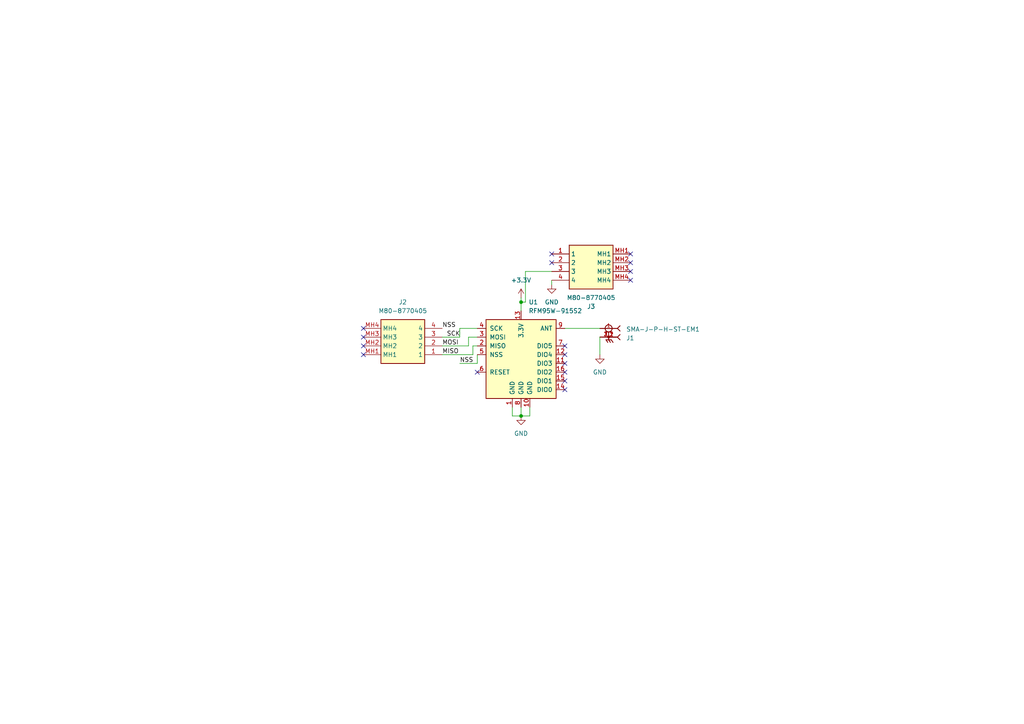
<source format=kicad_sch>
(kicad_sch (version 20230121) (generator eeschema)
  (paper "A4")
  (lib_symbols
    (symbol "M80-8770405:M80-8770405"
      (property "Reference" "J" (at 19.05 7.62 0))
      (property "Value" "M80-8770405" (at 19.05 5.08 0))
      (symbol "M80-8770405_1_1"
        (rectangle (start 5.08 2.54) (end 17.78 -10.16) (stroke (width 0.254)) (fill (type background)))
        (pin passive line (at 0 0 0) (length 5.08) (name "1") (number "1"))
        (pin passive line (at 0 -2.54 0) (length 5.08) (name "2") (number "2"))
        (pin passive line (at 0 -5.08 0) (length 5.08) (name "3") (number "3"))
        (pin passive line (at 0 -7.62 0) (length 5.08) (name "4") (number "4"))
        (pin passive line (at 22.86 0 180) (length 5.08) (name "MH1") (number "MH1"))
        (pin passive line (at 22.86 -2.54 180) (length 5.08) (name "MH2") (number "MH2"))
        (pin passive line (at 22.86 -5.08 180) (length 5.08) (name "MH3") (number "MH3"))
        (pin passive line (at 22.86 -7.62 180) (length 5.08) (name "MH4") (number "MH4"))
      )
    )
    (symbol "RF_Module:RFM95W-915S2" (pin_names (offset 1.016))
      (property "Reference" "U" (at -10.414 11.684 0))
      (property "Value" "RFM95W-915S2" (at 1.524 11.43 0))
      (symbol "RFM95W-915S2_0_1"
        (rectangle (start -10.16 10.16) (end 10.16 -12.7) (stroke (width 0.254)) (fill (type background)))
      )
      (symbol "RFM95W-915S2_1_1"
        (pin power_in line (at -2.54 -15.24 90) (length 2.54) (name "GND") (number "1"))
        (pin power_in line (at 2.54 -15.24 90) (length 2.54) (name "GND") (number "10"))
        (pin bidirectional line (at 12.7 -2.54 180) (length 2.54) (name "DIO3") (number "11"))
        (pin bidirectional line (at 12.7 0 180) (length 2.54) (name "DIO4") (number "12"))
        (pin power_in line (at 0 12.7 270) (length 2.54) (name "3.3V") (number "13"))
        (pin bidirectional line (at 12.7 -10.16 180) (length 2.54) (name "DIO0") (number "14"))
        (pin bidirectional line (at 12.7 -7.62 180) (length 2.54) (name "DIO1") (number "15"))
        (pin bidirectional line (at 12.7 -5.08 180) (length 2.54) (name "DIO2") (number "16"))
        (pin output line (at -12.7 2.54 0) (length 2.54) (name "MISO") (number "2"))
        (pin input line (at -12.7 5.08 0) (length 2.54) (name "MOSI") (number "3"))
        (pin input line (at -12.7 7.62 0) (length 2.54) (name "SCK") (number "4"))
        (pin input line (at -12.7 0 0) (length 2.54) (name "NSS") (number "5"))
        (pin bidirectional line (at -12.7 -5.08 0) (length 2.54) (name "RESET") (number "6"))
        (pin bidirectional line (at 12.7 2.54 180) (length 2.54) (name "DIO5") (number "7"))
        (pin power_in line (at 0 -15.24 90) (length 2.54) (name "GND") (number "8"))
        (pin bidirectional line (at 12.7 7.62 180) (length 2.54) (name "ANT") (number "9"))
      )
    )
    (symbol "SMA-J-P-H-ST-EM1:SMA-J-P-H-ST-EM1" (pin_names (offset 1.016))
      (property "Reference" "J" (at -3.81 4.064 0))
      (property "Value" "SMA-J-P-H-ST-EM1" (at -4.064 -4.318 0))
      (symbol "SMA-J-P-H-ST-EM1_0_0"
        (polyline (pts (xy -3.302 -0.762) (xy -2.54 0)) (stroke (width 0.254)))
        (polyline (pts (xy -3.302 0.762) (xy -2.54 0)) (stroke (width 0.254)))
        (polyline (pts (xy -3.302 1.778) (xy -2.54 2.54)) (stroke (width 0.254)))
        (polyline (pts (xy -3.302 3.302) (xy -2.54 2.54)) (stroke (width 0.254)))
        (polyline (pts (xy -2.54 0) (xy 0 0)) (stroke (width 0.254)))
        (polyline (pts (xy -2.54 2.54) (xy 2.54 2.54)) (stroke (width 0.254)))
        (polyline (pts (xy -1.016 1.524) (xy 0 1.524)) (stroke (width 0.254)))
        (polyline (pts (xy -0.762 -0.762) (xy -1.27 -1.524)) (stroke (width 0.254)))
        (polyline (pts (xy 0 -0.762) (xy -0.762 -0.762)) (stroke (width 0.254)))
        (polyline (pts (xy 0 -0.762) (xy -0.508 -1.524)) (stroke (width 0.254)))
        (polyline (pts (xy 0 -0.762) (xy 0.762 -0.762)) (stroke (width 0.254)))
        (polyline (pts (xy 0 0) (xy -2.286 0)) (stroke (width 0.254)))
        (polyline (pts (xy 0 0) (xy 0 -0.762)) (stroke (width 0.254)))
        (polyline (pts (xy 0 1.524) (xy 0 0)) (stroke (width 0.254)))
        (polyline (pts (xy 0 1.524) (xy 1.016 1.524)) (stroke (width 0.254)))
        (polyline (pts (xy 0.762 -0.762) (xy 0.254 -1.524)) (stroke (width 0.254)))
        (polyline (pts (xy 2.54 0) (xy 0 0)) (stroke (width 0.254)))
        (circle (center 0 0) (radius 0.254) (stroke (width 0.254)))
        (circle (center 0 2.54) (radius 1.016) (stroke (width 0.254)))
        (pin passive line (at 2.54 2.54 180) (length 5.08) (name "~") (number "1"))
        (pin passive line (at 2.54 0 180) (length 5.08) (name "~") (number "2_1"))
        (pin passive line (at 2.54 0 180) (length 5.08) (name "~") (number "2_2"))
        (pin passive line (at 2.54 0 180) (length 5.08) (name "~") (number "3_1"))
        (pin passive line (at 2.54 0 180) (length 5.08) (name "~") (number "3_2"))
      )
    )
    (symbol "power:+3.3V" (power) (pin_names (offset 0))
      (property "Value" "+3.3V" (at 0 3.556 0))
      (symbol "+3.3V_0_1"
        (polyline (pts (xy -0.762 1.27) (xy 0 2.54)))
        (polyline (pts (xy 0 0) (xy 0 2.54)))
        (polyline (pts (xy 0 2.54) (xy 0.762 1.27)))
      )
      (symbol "+3.3V_1_1"
        (pin power_in line (at 0 0 90) (length 0) hide (name "+3.3V") (number "1"))
      )
    )
    (symbol "power:GND" (power) (pin_names (offset 0))
      (property "Value" "GND" (at 0 -3.81 0))
      (symbol "GND_0_1"
        (polyline (pts (xy 0 0) (xy 0 -1.27) (xy 1.27 -1.27) (xy 0 -2.54) (xy -1.27 -1.27) (xy 0 -1.27)))
      )
      (symbol "GND_1_1"
        (pin power_in line (at 0 0 270) (length 0) hide (name "GND") (number "1"))
      )
    )
  )
  (junction (at 151.13 120.65))
  (junction (at 151.13 87.63))
  (no_connect (at 182.88 73.66))
  (no_connect (at 163.83 110.49))
  (no_connect (at 163.83 113.03))
  (no_connect (at 163.83 105.41))
  (no_connect (at 105.41 97.79))
  (no_connect (at 163.83 100.33))
  (no_connect (at 138.43 107.95))
  (no_connect (at 182.88 81.28))
  (no_connect (at 182.88 78.74))
  (no_connect (at 182.88 76.2))
  (no_connect (at 105.41 100.33))
  (no_connect (at 160.02 76.2))
  (no_connect (at 105.41 95.25))
  (no_connect (at 163.83 107.95))
  (no_connect (at 105.41 102.87))
  (no_connect (at 163.83 102.87))
  (no_connect (at 160.02 73.66))
  (wire (pts (xy 148.59 120.65) (xy 151.13 120.65)))
  (wire (pts (xy 138.43 102.87) (xy 138.43 105.41)))
  (wire (pts (xy 152.4 78.74) (xy 152.4 87.63)))
  (wire (pts (xy 133.35 95.25) (xy 133.35 97.79)))
  (wire (pts (xy 138.43 95.25) (xy 133.35 95.25)))
  (wire (pts (xy 151.13 118.11) (xy 151.13 120.65)))
  (wire (pts (xy 151.13 87.63) (xy 151.13 90.17)))
  (wire (pts (xy 135.89 100.33) (xy 128.27 100.33)))
  (wire (pts (xy 128.27 102.87) (xy 137.16 102.87)))
  (wire (pts (xy 138.43 100.33) (xy 137.16 100.33)))
  (wire (pts (xy 138.43 97.79) (xy 135.89 97.79)))
  (wire (pts (xy 135.89 97.79) (xy 135.89 100.33)))
  (wire (pts (xy 148.59 118.11) (xy 148.59 120.65)))
  (wire (pts (xy 163.83 95.25) (xy 173.99 95.25)))
  (wire (pts (xy 153.67 118.11) (xy 153.67 120.65)))
  (wire (pts (xy 133.35 97.79) (xy 128.27 97.79)))
  (wire (pts (xy 138.43 105.41) (xy 133.35 105.41)))
  (wire (pts (xy 153.67 120.65) (xy 151.13 120.65)))
  (wire (pts (xy 151.13 86.36) (xy 151.13 87.63)))
  (wire (pts (xy 137.16 100.33) (xy 137.16 102.87)))
  (wire (pts (xy 173.99 97.79) (xy 173.99 102.87)))
  (wire (pts (xy 160.02 81.28) (xy 160.02 82.55)))
  (wire (pts (xy 152.4 87.63) (xy 151.13 87.63)))
  (wire (pts (xy 160.02 78.74) (xy 152.4 78.74)))
  (label "MOSI" (at 128.27 100.33 0))
  (label "MISO" (at 128.27 102.87 0))
  (label "NSS" (at 133.35 105.41 0))
  (label "SCK" (at 129.54 97.79 0))
  (label "NSS" (at 128.27 95.25 0))
  (symbol (lib_id "SMA-J-P-H-ST-EM1:SMA-J-P-H-ST-EM1") (at 176.53 97.79 0) (mirror y) (unit 1)
    (property "Reference" "J1" (at 181.61 98.044 0) (effects (justify right)))
    (property "Value" "SMA-J-P-H-ST-EM1" (at 181.61 95.504 0) (effects (justify right)))
    (property "Footprint" "SMA-J-P-H-ST-EM1:SAMTEC_SMA-J-P-H-ST-EM1" (effects hide))
    (property "MF" "Samtec" (effects hide))
    (property "MAXIMUM_PACKAGE_HEIGHT" "3.675mm" (effects hide))
    (property "Package" "None" (effects hide))
    (property "Price" "None" (effects hide))
    (property "Check_prices" "https://www.snapeda.com/parts/SMA-J-P-H-ST-EM1/Samtec+Inc./view-part/?ref=eda" (effects hide))
    (property "STANDARD" "Manufacturer Recommendations" (effects hide))
    (property "PARTREV" "G" (effects hide))
    (property "SnapEDA_Link" "https://www.snapeda.com/parts/SMA-J-P-H-ST-EM1/Samtec+Inc./view-part/?ref=snap" (effects hide))
    (property "MP" "SMA-J-P-H-ST-EM1" (effects hide))
    (property "Purchase-URL" "https://www.snapeda.com/api/url_track_click_mouser/?unipart_id=134500&manufacturer=Samtec&part_name=SMA-J-P-H-ST-EM1&search_term=sma connector edge mount" (effects hide))
    (property "Description" "\nSMA Connector Jack, Female Socket 50 Ohms Board Edge, End Launch Solder\n" (effects hide))
    (property "Availability" "In Stock" (effects hide))
    (property "MANUFACTURER" "Samtec" (effects hide))
  )
  (symbol (lib_id "power:GND") (at 173.99 102.87 0) (unit 1)
    (property "Reference" "#PWR03" (effects hide))
    (property "Value" "GND" (at 173.99 107.95 0))
  )
  (symbol (lib_id "RF_Module:RFM95W-915S2") (at 151.13 102.87 0) (unit 1)
    (property "Reference" "U1" (at 153.3241 87.63 0) (effects (justify left)))
    (property "Value" "RFM95W-915S2" (at 153.3241 90.17 0) (effects (justify left)))
    (property "Footprint" "RFM95W-915S2:XCVR_RFM95W-915S2" (effects hide))
    (property "Datasheet" "https://www.hoperf.com/data/upload/portal/20181127/5bfcbea20e9ef.pdf" (effects hide))
  )
  (symbol (lib_id "M80-8770405:M80-8770405") (at 160.02 73.66 0) (unit 1)
    (property "Reference" "J3" (at 171.45 88.9 0))
    (property "Value" "M80-8770405" (at 171.45 86.36 0))
    (property "Footprint" "M808770405" (effects hide))
    (property "Datasheet" "https://cdn.harwin.com/pdfs/M80-877.pdf" (effects hide))
    (property "Height" "5.56" (effects hide))
    (property "Manufacturer_Name" "Harwin" (effects hide))
    (property "Manufacturer_Part_Number" "M80-8770405" (effects hide))
    (property "Mouser Part Number" "855-M80-8770405" (effects hide))
    (property "Mouser Price/Stock" "https://www.mouser.co.uk/ProductDetail/Harwin/M80-8770405?qs=3tymCvhQ29ZPq83M%252Bf8kIA%3D%3D" (effects hide))
  )
  (symbol (lib_id "power:GND") (at 160.02 82.55 0) (unit 1)
    (property "Reference" "#PWR04" (effects hide))
    (property "Value" "GND" (at 160.02 87.63 0))
  )
  (symbol (lib_id "power:+3.3V") (at 151.13 86.36 0) (unit 1)
    (property "Reference" "#PWR01" (effects hide))
    (property "Value" "+3.3V" (at 151.13 81.28 0))
  )
  (symbol (lib_id "M80-8770405:M80-8770405") (at 128.27 102.87 180) (unit 1)
    (property "Reference" "J2" (at 116.84 87.63 0))
    (property "Value" "M80-8770405" (at 116.84 90.17 0))
    (property "Footprint" "M808770405" (effects hide))
    (property "Datasheet" "https://cdn.harwin.com/pdfs/M80-877.pdf" (effects hide))
    (property "Height" "5.56" (effects hide))
    (property "Manufacturer_Name" "Harwin" (effects hide))
    (property "Manufacturer_Part_Number" "M80-8770405" (effects hide))
    (property "Mouser Part Number" "855-M80-8770405" (effects hide))
    (property "Mouser Price/Stock" "https://www.mouser.co.uk/ProductDetail/Harwin/M80-8770405?qs=3tymCvhQ29ZPq83M%252Bf8kIA%3D%3D" (effects hide))
  )
  (symbol (lib_id "power:GND") (at 151.13 120.65 0) (unit 1)
    (property "Reference" "#PWR02" (effects hide))
    (property "Value" "GND" (at 151.13 125.73 0))
  )
)
</source>
